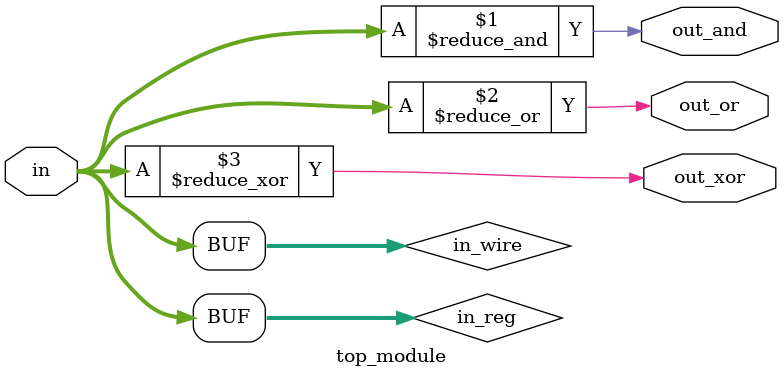
<source format=sv>
module top_module (
	input [99:0] in,
	output out_and,
	output out_or,
	output out_xor
);

reg [99:0] in_reg;
wire [99:0] in_wire = in_reg;

assign out_and = &in_wire;
assign out_or = |in_wire;
assign out_xor = ^in_wire;

always @(*) begin
	in_reg = in;
end

endmodule

</source>
